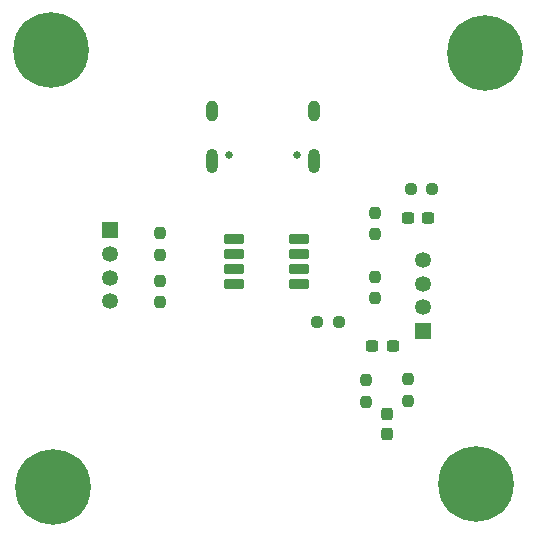
<source format=gbr>
%TF.GenerationSoftware,KiCad,Pcbnew,9.0.7*%
%TF.CreationDate,2026-02-19T19:24:31+05:30*%
%TF.ProjectId,pcb-n-as5600,7063622d-6e2d-4617-9335-3630302e6b69,rev?*%
%TF.SameCoordinates,Original*%
%TF.FileFunction,Soldermask,Bot*%
%TF.FilePolarity,Negative*%
%FSLAX46Y46*%
G04 Gerber Fmt 4.6, Leading zero omitted, Abs format (unit mm)*
G04 Created by KiCad (PCBNEW 9.0.7) date 2026-02-19 19:24:31*
%MOMM*%
%LPD*%
G01*
G04 APERTURE LIST*
G04 Aperture macros list*
%AMRoundRect*
0 Rectangle with rounded corners*
0 $1 Rounding radius*
0 $2 $3 $4 $5 $6 $7 $8 $9 X,Y pos of 4 corners*
0 Add a 4 corners polygon primitive as box body*
4,1,4,$2,$3,$4,$5,$6,$7,$8,$9,$2,$3,0*
0 Add four circle primitives for the rounded corners*
1,1,$1+$1,$2,$3*
1,1,$1+$1,$4,$5*
1,1,$1+$1,$6,$7*
1,1,$1+$1,$8,$9*
0 Add four rect primitives between the rounded corners*
20,1,$1+$1,$2,$3,$4,$5,0*
20,1,$1+$1,$4,$5,$6,$7,0*
20,1,$1+$1,$6,$7,$8,$9,0*
20,1,$1+$1,$8,$9,$2,$3,0*%
G04 Aperture macros list end*
%ADD10C,0.650000*%
%ADD11O,1.000000X2.100000*%
%ADD12O,1.000000X1.800000*%
%ADD13C,6.400000*%
%ADD14C,1.350000*%
%ADD15R,1.350000X1.350000*%
%ADD16RoundRect,0.237500X0.237500X-0.300000X0.237500X0.300000X-0.237500X0.300000X-0.237500X-0.300000X0*%
%ADD17RoundRect,0.237500X0.300000X0.237500X-0.300000X0.237500X-0.300000X-0.237500X0.300000X-0.237500X0*%
%ADD18RoundRect,0.237500X-0.237500X0.250000X-0.237500X-0.250000X0.237500X-0.250000X0.237500X0.250000X0*%
%ADD19RoundRect,0.102000X-0.750000X0.300000X-0.750000X-0.300000X0.750000X-0.300000X0.750000X0.300000X0*%
%ADD20RoundRect,0.237500X-0.250000X-0.237500X0.250000X-0.237500X0.250000X0.237500X-0.250000X0.237500X0*%
%ADD21RoundRect,0.237500X0.237500X-0.250000X0.237500X0.250000X-0.237500X0.250000X-0.237500X-0.250000X0*%
%ADD22RoundRect,0.237500X-0.300000X-0.237500X0.300000X-0.237500X0.300000X0.237500X-0.300000X0.237500X0*%
G04 APERTURE END LIST*
D10*
%TO.C,J6*%
X155140000Y-77355000D03*
X149360000Y-77355000D03*
D11*
X156570000Y-77855000D03*
D12*
X156570000Y-73675000D03*
D11*
X147930000Y-77855000D03*
D12*
X147930000Y-73675000D03*
%TD*%
D13*
%TO.C,H2*%
X134250000Y-68500000D03*
%TD*%
D14*
%TO.C,J2*%
X165750000Y-86250000D03*
X165750000Y-88250000D03*
X165750000Y-90250000D03*
D15*
X165750000Y-92250000D03*
%TD*%
D13*
%TO.C,H1*%
X134500000Y-105500000D03*
%TD*%
%TO.C,H4*%
X170250000Y-105250000D03*
%TD*%
%TO.C,H3*%
X171000000Y-68750000D03*
%TD*%
D15*
%TO.C,J1*%
X139250000Y-83750000D03*
D14*
X139250000Y-85750000D03*
X139250000Y-87750000D03*
X139250000Y-89750000D03*
%TD*%
D16*
%TO.C,C4*%
X162750000Y-100975000D03*
X162750000Y-99250000D03*
%TD*%
D17*
%TO.C,C7*%
X161500000Y-93500000D03*
X163225000Y-93500000D03*
%TD*%
D18*
%TO.C,R3*%
X164500000Y-98162500D03*
X164500000Y-96337500D03*
%TD*%
D19*
%TO.C,U4*%
X149750000Y-84500000D03*
X149750000Y-85770000D03*
X149750000Y-87040000D03*
X149750000Y-88310000D03*
X155250000Y-88310000D03*
X155250000Y-87040000D03*
X155250000Y-85770000D03*
X155250000Y-84500000D03*
%TD*%
D20*
%TO.C,R1*%
X158662500Y-91500000D03*
X156837500Y-91500000D03*
%TD*%
D18*
%TO.C,R2*%
X161750000Y-84075000D03*
X161750000Y-82250000D03*
%TD*%
D21*
%TO.C,R13*%
X143500000Y-88000000D03*
X143500000Y-89825000D03*
%TD*%
D20*
%TO.C,R8*%
X166575000Y-80250000D03*
X164750000Y-80250000D03*
%TD*%
D18*
%TO.C,R4*%
X161000000Y-98250000D03*
X161000000Y-96425000D03*
%TD*%
D22*
%TO.C,C8*%
X166200000Y-82700000D03*
X164475000Y-82700000D03*
%TD*%
D18*
%TO.C,R7*%
X143500000Y-85825000D03*
X143500000Y-84000000D03*
%TD*%
D21*
%TO.C,R11*%
X161750000Y-87675000D03*
X161750000Y-89500000D03*
%TD*%
M02*

</source>
